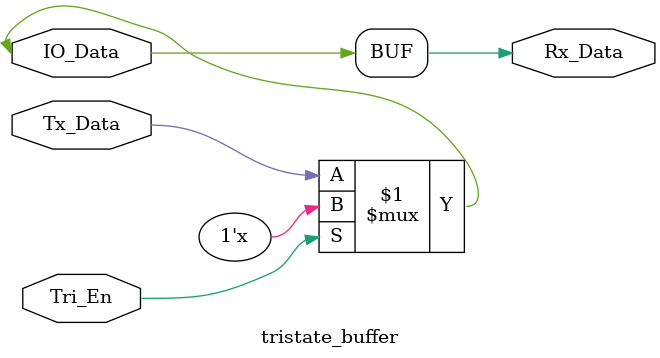
<source format=v>
`timescale 1ns / 1ps



module tristate_buffer(IO_Data, Tx_Data, Rx_Data, Tri_En);

        inout  IO_Data; // bidirectional data line

        input  Tx_Data;
        output Rx_Data;
        input  Tri_En;
 
        assign IO_Data = Tri_En? 1'bz:Tx_Data;
        assign Rx_Data = IO_Data;

    endmodule


</source>
